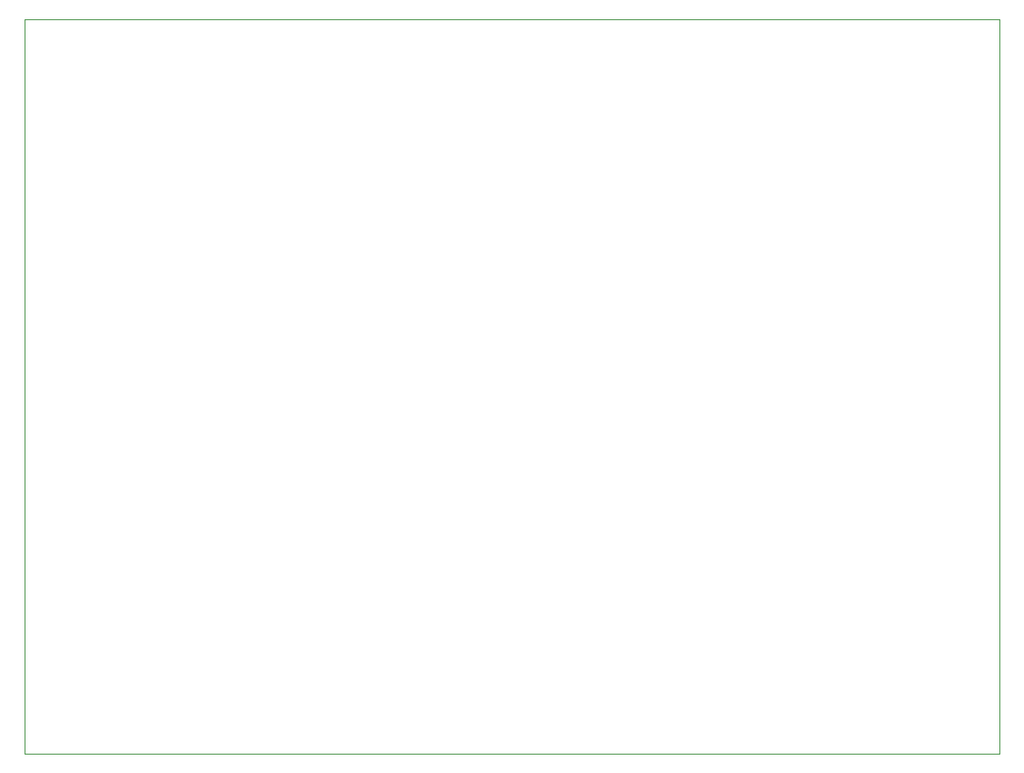
<source format=gm1>
G04 #@! TF.FileFunction,Profile,NP*
%FSLAX46Y46*%
G04 Gerber Fmt 4.6, Leading zero omitted, Abs format (unit mm)*
G04 Created by KiCad (PCBNEW 4.0.5+dfsg1-4) date Wed Feb  8 17:01:35 2017*
%MOMM*%
%LPD*%
G01*
G04 APERTURE LIST*
%ADD10C,0.100000*%
G04 APERTURE END LIST*
D10*
X102834000Y-63700000D02*
X196834000Y-63700000D01*
X102834000Y-134700000D02*
X102834000Y-63700000D01*
X196834000Y-134700000D02*
X102834000Y-134700000D01*
X196834000Y-63700000D02*
X196834000Y-134700000D01*
M02*

</source>
